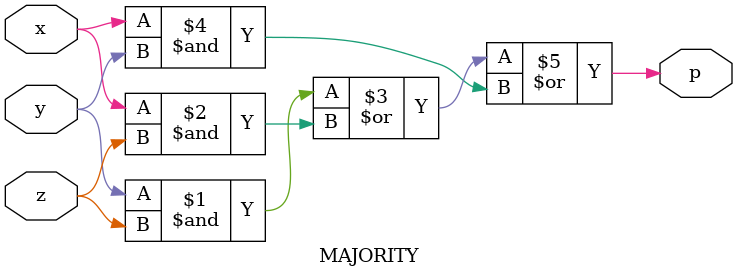
<source format=v>
`timescale 1ns / 1ps


module MAJORITY(
    input x,
    input y,
    input z,
    output p
    );
    
  assign p = (y&z)|(x&z)|(x&y);
  
endmodule

</source>
